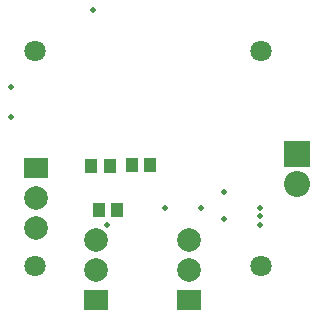
<source format=gbr>
%TF.GenerationSoftware,Altium Limited,Altium Designer,21.2.1 (34)*%
G04 Layer_Color=16711935*
%FSLAX26Y26*%
%MOIN*%
%TF.SameCoordinates,9B619AE5-86D3-421A-82E6-E0B3A417AA1F*%
%TF.FilePolarity,Negative*%
%TF.FileFunction,Soldermask,Bot*%
%TF.Part,Single*%
G01*
G75*
%TA.AperFunction,SMDPad,CuDef*%
%ADD32R,0.044614X0.046583*%
%TA.AperFunction,ComponentPad*%
%ADD33C,0.070992*%
%ADD34C,0.086740*%
%ADD35R,0.086740X0.086740*%
%ADD36R,0.078866X0.070000*%
%ADD37C,0.078866*%
%TA.AperFunction,ViaPad*%
%ADD38C,0.020000*%
D32*
X3505315Y2240000D02*
D03*
X3444685D02*
D03*
X3579685Y2245000D02*
D03*
X3640315D02*
D03*
X3469370Y2095000D02*
D03*
X3530000D02*
D03*
D33*
X4010000Y1908464D02*
D03*
Y2625000D02*
D03*
X3255275D02*
D03*
Y1908464D02*
D03*
D34*
X4129000Y2181000D02*
D03*
D35*
Y2281000D02*
D03*
D36*
X3460000Y1795000D02*
D03*
X3770000D02*
D03*
X3260000Y2235000D02*
D03*
D37*
X3460000Y1895000D02*
D03*
Y1995000D02*
D03*
X3770000Y1895000D02*
D03*
Y1995000D02*
D03*
X3260000Y2035000D02*
D03*
Y2135000D02*
D03*
D38*
X3494862Y2045000D02*
D03*
X4005000Y2100000D02*
D03*
X3810000D02*
D03*
X4005000Y2075000D02*
D03*
X3885000Y2065000D02*
D03*
X4005000Y2045000D02*
D03*
X3444685Y2245000D02*
D03*
X3690000Y2100000D02*
D03*
X3640315Y2245000D02*
D03*
X3175000Y2505000D02*
D03*
Y2405000D02*
D03*
X3885000Y2155000D02*
D03*
X3450000Y2760000D02*
D03*
%TF.MD5,00028b86f3f14d18056fd810df0d34c0*%
M02*

</source>
